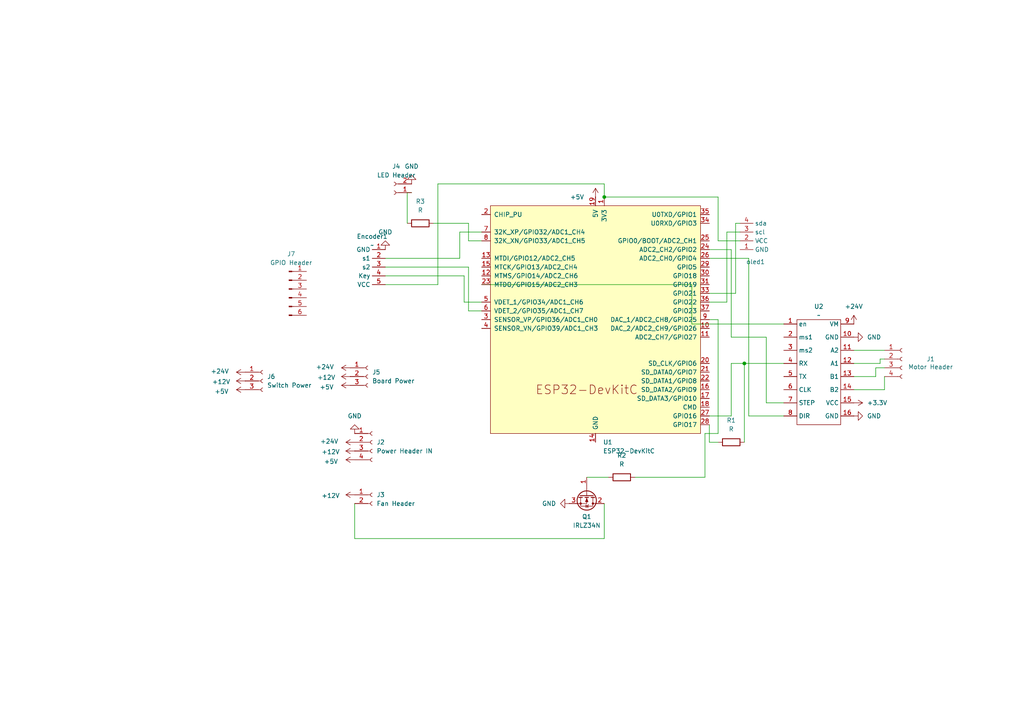
<source format=kicad_sch>
(kicad_sch (version 20231120) (generator "eeschema") (generator_version "8.0")
  (paper "A4")
  (lib_symbols
    (symbol "Connector:Conn_01x02_Socket" (pin_names (offset 1.016) hide)
      (property "Reference" "J" (at 0 2.54 0))
      (property "Value" "Conn_01x02_Socket" (at 0 -5.08 0))
      (symbol "Conn_01x02_Socket_1_1"
        (arc (start 0 -2.032) (mid -0.5058 -2.54) (end 0 -3.048) (stroke (width 0.1524)))
        (polyline (pts (xy -1.27 -2.54) (xy -0.508 -2.54)) (stroke (width 0.1524)))
        (polyline (pts (xy -1.27 0) (xy -0.508 0)) (stroke (width 0.1524)))
        (arc (start 0 0.508) (mid -0.5058 0) (end 0 -0.508) (stroke (width 0.1524)))
        (pin passive line (at -5.08 0 0) (length 3.81) (name "Pin_1") (number "1"))
        (pin passive line (at -5.08 -2.54 0) (length 3.81) (name "Pin_2") (number "2"))
      )
    )
    (symbol "Connector:Conn_01x03_Socket" (pin_names (offset 1.016) hide)
      (property "Reference" "J" (at 0 5.08 0))
      (property "Value" "Conn_01x03_Socket" (at 0 -5.08 0))
      (symbol "Conn_01x03_Socket_1_1"
        (arc (start 0 -2.032) (mid -0.5058 -2.54) (end 0 -3.048) (stroke (width 0.1524)))
        (polyline (pts (xy -1.27 -2.54) (xy -0.508 -2.54)) (stroke (width 0.1524)))
        (polyline (pts (xy -1.27 0) (xy -0.508 0)) (stroke (width 0.1524)))
        (polyline (pts (xy -1.27 2.54) (xy -0.508 2.54)) (stroke (width 0.1524)))
        (arc (start 0 0.508) (mid -0.5058 0) (end 0 -0.508) (stroke (width 0.1524)))
        (arc (start 0 3.048) (mid -0.5058 2.54) (end 0 2.032) (stroke (width 0.1524)))
        (pin passive line (at -5.08 2.54 0) (length 3.81) (name "Pin_1") (number "1"))
        (pin passive line (at -5.08 0 0) (length 3.81) (name "Pin_2") (number "2"))
        (pin passive line (at -5.08 -2.54 0) (length 3.81) (name "Pin_3") (number "3"))
      )
    )
    (symbol "Connector:Conn_01x04_Socket" (pin_names (offset 1.016) hide)
      (property "Reference" "J" (at 0 5.08 0))
      (property "Value" "Conn_01x04_Socket" (at 0 -7.62 0))
      (symbol "Conn_01x04_Socket_1_1"
        (arc (start 0 -4.572) (mid -0.5058 -5.08) (end 0 -5.588) (stroke (width 0.1524)))
        (arc (start 0 -2.032) (mid -0.5058 -2.54) (end 0 -3.048) (stroke (width 0.1524)))
        (polyline (pts (xy -1.27 -5.08) (xy -0.508 -5.08)) (stroke (width 0.1524)))
        (polyline (pts (xy -1.27 -2.54) (xy -0.508 -2.54)) (stroke (width 0.1524)))
        (polyline (pts (xy -1.27 0) (xy -0.508 0)) (stroke (width 0.1524)))
        (polyline (pts (xy -1.27 2.54) (xy -0.508 2.54)) (stroke (width 0.1524)))
        (arc (start 0 0.508) (mid -0.5058 0) (end 0 -0.508) (stroke (width 0.1524)))
        (arc (start 0 3.048) (mid -0.5058 2.54) (end 0 2.032) (stroke (width 0.1524)))
        (pin passive line (at -5.08 2.54 0) (length 3.81) (name "Pin_1") (number "1"))
        (pin passive line (at -5.08 0 0) (length 3.81) (name "Pin_2") (number "2"))
        (pin passive line (at -5.08 -2.54 0) (length 3.81) (name "Pin_3") (number "3"))
        (pin passive line (at -5.08 -5.08 0) (length 3.81) (name "Pin_4") (number "4"))
      )
    )
    (symbol "Connector:Conn_01x06_Pin" (pin_names (offset 1.016) hide)
      (property "Reference" "J" (at 0 7.62 0))
      (property "Value" "Conn_01x06_Pin" (at 0 -10.16 0))
      (symbol "Conn_01x06_Pin_1_1"
        (polyline (pts (xy 1.27 -7.62) (xy 0.8636 -7.62)) (stroke (width 0.1524)))
        (polyline (pts (xy 1.27 -5.08) (xy 0.8636 -5.08)) (stroke (width 0.1524)))
        (polyline (pts (xy 1.27 -2.54) (xy 0.8636 -2.54)) (stroke (width 0.1524)))
        (polyline (pts (xy 1.27 0) (xy 0.8636 0)) (stroke (width 0.1524)))
        (polyline (pts (xy 1.27 2.54) (xy 0.8636 2.54)) (stroke (width 0.1524)))
        (polyline (pts (xy 1.27 5.08) (xy 0.8636 5.08)) (stroke (width 0.1524)))
        (rectangle (start 0.8636 -7.493) (end 0 -7.747) (stroke (width 0.1524)) (fill (type outline)))
        (rectangle (start 0.8636 -4.953) (end 0 -5.207) (stroke (width 0.1524)) (fill (type outline)))
        (rectangle (start 0.8636 -2.413) (end 0 -2.667) (stroke (width 0.1524)) (fill (type outline)))
        (rectangle (start 0.8636 0.127) (end 0 -0.127) (stroke (width 0.1524)) (fill (type outline)))
        (rectangle (start 0.8636 2.667) (end 0 2.413) (stroke (width 0.1524)) (fill (type outline)))
        (rectangle (start 0.8636 5.207) (end 0 4.953) (stroke (width 0.1524)) (fill (type outline)))
        (pin passive line (at 5.08 5.08 180) (length 3.81) (name "Pin_1") (number "1"))
        (pin passive line (at 5.08 2.54 180) (length 3.81) (name "Pin_2") (number "2"))
        (pin passive line (at 5.08 0 180) (length 3.81) (name "Pin_3") (number "3"))
        (pin passive line (at 5.08 -2.54 180) (length 3.81) (name "Pin_4") (number "4"))
        (pin passive line (at 5.08 -5.08 180) (length 3.81) (name "Pin_5") (number "5"))
        (pin passive line (at 5.08 -7.62 180) (length 3.81) (name "Pin_6") (number "6"))
      )
    )
    (symbol "Device:R" (pin_numbers hide) (pin_names (offset 0))
      (property "Reference" "R" (at 2.032 0 90))
      (property "Value" "R" (at 0 0 90))
      (symbol "R_0_1"
        (rectangle (start -1.016 -2.54) (end 1.016 2.54) (stroke (width 0.254)))
      )
      (symbol "R_1_1"
        (pin passive line (at 0 3.81 270) (length 1.27) (name "~") (number "1"))
        (pin passive line (at 0 -3.81 90) (length 1.27) (name "~") (number "2"))
      )
    )
    (symbol "PCM_Espressif:ESP32-DevKitC" (pin_names (offset 1.016))
      (property "Reference" "U" (at -30.48 38.1 0))
      (property "Value" "ESP32-DevKitC" (at -30.48 35.56 0))
      (symbol "ESP32-DevKitC_0_0"
        (text "ESP32-DevKitC" (at -2.54 -20.32 0) (effects (font (size 2.54 2.54))))
        (pin power_in line (at 0 -35.56 90) (length 2.54) (name "GND") (number "14"))
        (pin power_in line (at 0 35.56 270) (length 2.54) (name "5V") (number "19"))
      )
      (symbol "ESP32-DevKitC_0_1"
        (rectangle (start -30.48 33.02) (end 30.48 -33.02) (fill (type background)))
      )
      (symbol "ESP32-DevKitC_1_1"
        (pin power_in line (at 2.54 35.56 270) (length 2.54) (name "3V3") (number "1"))
        (pin bidirectional line (at 33.02 -2.54 180) (length 2.54) (name "DAC_2/ADC2_CH9/GPIO26") (number "10"))
        (pin bidirectional line (at 33.02 -5.08 180) (length 2.54) (name "ADC2_CH7/GPIO27") (number "11"))
        (pin bidirectional line (at -33.02 12.7 0) (length 2.54) (name "MTMS/GPIO14/ADC2_CH6") (number "12"))
        (pin bidirectional line (at -33.02 17.78 0) (length 2.54) (name "MTDI/GPIO12/ADC2_CH5") (number "13"))
        (pin bidirectional line (at -33.02 15.24 0) (length 2.54) (name "MTCK/GPIO13/ADC2_CH4") (number "15"))
        (pin bidirectional line (at 33.02 -20.32 180) (length 2.54) (name "SD_DATA2/GPIO9") (number "16"))
        (pin bidirectional line (at 33.02 -22.86 180) (length 2.54) (name "SD_DATA3/GPIO10") (number "17"))
        (pin bidirectional line (at 33.02 -25.4 180) (length 2.54) (name "CMD") (number "18"))
        (pin input line (at -33.02 30.48 0) (length 2.54) (name "CHIP_PU") (number "2"))
        (pin bidirectional line (at 33.02 -12.7 180) (length 2.54) (name "SD_CLK/GPIO6") (number "20"))
        (pin bidirectional line (at 33.02 -15.24 180) (length 2.54) (name "SD_DATA0/GPIO7") (number "21"))
        (pin bidirectional line (at 33.02 -17.78 180) (length 2.54) (name "SD_DATA1/GPIO8") (number "22"))
        (pin bidirectional line (at -33.02 10.16 0) (length 2.54) (name "MTDO/GPIO15/ADC2_CH3") (number "23"))
        (pin bidirectional line (at 33.02 20.32 180) (length 2.54) (name "ADC2_CH2/GPIO2") (number "24"))
        (pin bidirectional line (at 33.02 22.86 180) (length 2.54) (name "GPIO0/BOOT/ADC2_CH1") (number "25"))
        (pin bidirectional line (at 33.02 17.78 180) (length 2.54) (name "ADC2_CH0/GPIO4") (number "26"))
        (pin bidirectional line (at 33.02 -27.94 180) (length 2.54) (name "GPIO16") (number "27"))
        (pin bidirectional line (at 33.02 -30.48 180) (length 2.54) (name "GPIO17") (number "28"))
        (pin bidirectional line (at 33.02 15.24 180) (length 2.54) (name "GPIO5") (number "29"))
        (pin input line (at -33.02 0 0) (length 2.54) (name "SENSOR_VP/GPIO36/ADC1_CH0") (number "3"))
        (pin bidirectional line (at 33.02 12.7 180) (length 2.54) (name "GPIO18") (number "30"))
        (pin bidirectional line (at 33.02 10.16 180) (length 2.54) (name "GPIO19") (number "31"))
        (pin passive line (at 0 -35.56 90) (length 2.54) hide (name "GND") (number "32"))
        (pin bidirectional line (at 33.02 7.62 180) (length 2.54) (name "GPIO21") (number "33"))
        (pin bidirectional line (at 33.02 27.94 180) (length 2.54) (name "U0RXD/GPIO3") (number "34"))
        (pin bidirectional line (at 33.02 30.48 180) (length 2.54) (name "U0TXD/GPIO1") (number "35"))
        (pin bidirectional line (at 33.02 5.08 180) (length 2.54) (name "GPIO22") (number "36"))
        (pin bidirectional line (at 33.02 2.54 180) (length 2.54) (name "GPIO23") (number "37"))
        (pin passive line (at 0 -35.56 90) (length 2.54) hide (name "GND") (number "38"))
        (pin input line (at -33.02 -2.54 0) (length 2.54) (name "SENSOR_VN/GPIO39/ADC1_CH3") (number "4"))
        (pin input line (at -33.02 5.08 0) (length 2.54) (name "VDET_1/GPIO34/ADC1_CH6") (number "5"))
        (pin input line (at -33.02 2.54 0) (length 2.54) (name "VDET_2/GPIO35/ADC1_CH7") (number "6"))
        (pin bidirectional line (at -33.02 25.4 0) (length 2.54) (name "32K_XP/GPIO32/ADC1_CH4") (number "7"))
        (pin bidirectional line (at -33.02 22.86 0) (length 2.54) (name "32K_XN/GPIO33/ADC1_CH5") (number "8"))
        (pin bidirectional line (at 33.02 0 180) (length 2.54) (name "DAC_1/ADC2_CH8/GPIO25") (number "9"))
      )
    )
    (symbol "Transistor_FET:IRLZ34N" (pin_names hide)
      (property "Reference" "Q" (at 5.08 1.905 0))
      (property "Value" "IRLZ34N" (at 5.08 0 0))
      (symbol "IRLZ34N_0_1"
        (polyline (pts (xy 0.254 0) (xy -2.54 0)))
        (polyline (pts (xy 0.254 1.905) (xy 0.254 -1.905)) (stroke (width 0.254)))
        (polyline (pts (xy 0.762 -1.27) (xy 0.762 -2.286)) (stroke (width 0.254)))
        (polyline (pts (xy 0.762 0.508) (xy 0.762 -0.508)) (stroke (width 0.254)))
        (polyline (pts (xy 0.762 2.286) (xy 0.762 1.27)) (stroke (width 0.254)))
        (polyline (pts (xy 2.54 2.54) (xy 2.54 1.778)))
        (polyline (pts (xy 2.54 -2.54) (xy 2.54 0) (xy 0.762 0)))
        (polyline (pts (xy 0.762 -1.778) (xy 3.302 -1.778) (xy 3.302 1.778) (xy 0.762 1.778)))
        (polyline (pts (xy 1.016 0) (xy 2.032 0.381) (xy 2.032 -0.381) (xy 1.016 0)) (fill (type outline)))
        (polyline (pts (xy 2.794 0.508) (xy 2.921 0.381) (xy 3.683 0.381) (xy 3.81 0.254)))
        (polyline (pts (xy 3.302 0.381) (xy 2.921 -0.254) (xy 3.683 -0.254) (xy 3.302 0.381)))
        (circle (center 1.651 0) (radius 2.794) (stroke (width 0.254)))
        (circle (center 2.54 -1.778) (radius 0.254) (fill (type outline)))
        (circle (center 2.54 1.778) (radius 0.254) (fill (type outline)))
      )
      (symbol "IRLZ34N_1_1"
        (pin input line (at -5.08 0 0) (length 2.54) (name "G") (number "1"))
        (pin passive line (at 2.54 5.08 270) (length 2.54) (name "D") (number "2"))
        (pin passive line (at 2.54 -5.08 90) (length 2.54) (name "S") (number "3"))
      )
    )
    (symbol "mine:encoder-header"
      (property "Reference" "Encoder" (at 4.572 -0.762 0))
      (symbol "encoder-header_1_1"
        (pin power_in line (at 6.35 -3.81 180) (length 3.81) (name "GND") (number "1"))
        (pin input line (at 6.35 -6.35 180) (length 3.81) (name "s1") (number "2"))
        (pin input line (at 6.35 -8.89 180) (length 3.81) (name "s2") (number "3"))
        (pin input line (at 6.35 -11.43 180) (length 3.81) (name "Key") (number "4"))
        (pin power_in line (at 6.35 -13.97 180) (length 3.81) (name "VCC") (number "5"))
      )
    )
    (symbol "mine:oled-header"
      (property "Reference" "oled" (at 4.572 -0.762 0))
      (symbol "oled-header_1_1"
        (pin power_in line (at 6.35 -3.81 180) (length 3.81) (name "GND") (number "1"))
        (pin power_in line (at 6.35 -6.35 180) (length 3.81) (name "VCC") (number "2"))
        (pin input line (at 6.35 -8.89 180) (length 3.81) (name "scl") (number "3"))
        (pin input line (at 6.35 -11.43 180) (length 3.81) (name "sda") (number "4"))
      )
    )
    (symbol "mine:tmc2209"
      (property "Reference" "U" (at 4.318 5.842 0))
      (symbol "tmc2209_0_1"
        (rectangle (start -2.54 3.81) (end 10.16 -26.67))
      )
      (symbol "tmc2209_1_1"
        (pin input line (at -6.35 2.54 0) (length 3.81) (name "en") (number "1"))
        (pin power_in line (at 13.97 -1.27 180) (length 3.81) (name "GND") (number "10"))
        (pin input line (at 13.97 -5.08 180) (length 3.81) (name "A2") (number "11"))
        (pin input line (at 13.97 -8.89 180) (length 3.81) (name "A1") (number "12"))
        (pin input line (at 13.97 -12.7 180) (length 3.81) (name "B1") (number "13"))
        (pin input line (at 13.97 -16.51 180) (length 3.81) (name "B2") (number "14"))
        (pin input line (at 13.97 -20.32 180) (length 3.81) (name "VCC") (number "15"))
        (pin input line (at 13.97 -24.13 180) (length 3.81) (name "GND") (number "16"))
        (pin input line (at -6.35 -1.27 0) (length 3.81) (name "ms1") (number "2"))
        (pin input line (at -6.35 -5.08 0) (length 3.81) (name "ms2") (number "3"))
        (pin input line (at -6.35 -8.89 0) (length 3.81) (name "RX") (number "4"))
        (pin input line (at -6.35 -12.7 0) (length 3.81) (name "TX") (number "5"))
        (pin input line (at -6.35 -16.51 0) (length 3.81) (name "CLK") (number "6"))
        (pin input line (at -6.35 -20.32 0) (length 3.81) (name "STEP") (number "7"))
        (pin input line (at -6.35 -24.13 0) (length 3.81) (name "DIR") (number "8"))
        (pin power_in line (at 13.97 2.54 180) (length 3.81) (name "VM") (number "9"))
      )
    )
    (symbol "power:+12V" (power) (pin_numbers hide) (pin_names (offset 0) hide)
      (property "Value" "+12V" (at 0 3.556 0))
      (symbol "+12V_0_1"
        (polyline (pts (xy -0.762 1.27) (xy 0 2.54)))
        (polyline (pts (xy 0 0) (xy 0 2.54)))
        (polyline (pts (xy 0 2.54) (xy 0.762 1.27)))
      )
      (symbol "+12V_1_1"
        (pin power_in line (at 0 0 90) (length 0) (name "~") (number "1"))
      )
    )
    (symbol "power:+24V" (power) (pin_numbers hide) (pin_names (offset 0) hide)
      (property "Value" "+24V" (at 0 3.556 0))
      (symbol "+24V_0_1"
        (polyline (pts (xy -0.762 1.27) (xy 0 2.54)))
        (polyline (pts (xy 0 0) (xy 0 2.54)))
        (polyline (pts (xy 0 2.54) (xy 0.762 1.27)))
      )
      (symbol "+24V_1_1"
        (pin power_in line (at 0 0 90) (length 0) (name "~") (number "1"))
      )
    )
    (symbol "power:+3.3V" (power) (pin_numbers hide) (pin_names (offset 0) hide)
      (property "Value" "+3.3V" (at 0 3.556 0))
      (symbol "+3.3V_0_1"
        (polyline (pts (xy -0.762 1.27) (xy 0 2.54)))
        (polyline (pts (xy 0 0) (xy 0 2.54)))
        (polyline (pts (xy 0 2.54) (xy 0.762 1.27)))
      )
      (symbol "+3.3V_1_1"
        (pin power_in line (at 0 0 90) (length 0) (name "~") (number "1"))
      )
    )
    (symbol "power:+5V" (power) (pin_numbers hide) (pin_names (offset 0) hide)
      (property "Value" "+5V" (at 0 3.556 0))
      (symbol "+5V_0_1"
        (polyline (pts (xy -0.762 1.27) (xy 0 2.54)))
        (polyline (pts (xy 0 0) (xy 0 2.54)))
        (polyline (pts (xy 0 2.54) (xy 0.762 1.27)))
      )
      (symbol "+5V_1_1"
        (pin power_in line (at 0 0 90) (length 0) (name "~") (number "1"))
      )
    )
    (symbol "power:GND" (power) (pin_numbers hide) (pin_names (offset 0) hide)
      (property "Value" "GND" (at 0 -3.81 0))
      (symbol "GND_0_1"
        (polyline (pts (xy 0 0) (xy 0 -1.27) (xy 1.27 -1.27) (xy 0 -2.54) (xy -1.27 -1.27) (xy 0 -1.27)))
      )
      (symbol "GND_1_1"
        (pin power_in line (at 0 0 270) (length 0) (name "~") (number "1"))
      )
    )
  )
  (junction (at 175.26 57.15))
  (junction (at 215.9 105.41))
  (wire (pts (xy 102.87 156.21) (xy 102.87 146.05)))
  (wire (pts (xy 208.28 57.15) (xy 175.26 57.15)))
  (wire (pts (xy 208.28 125.73) (xy 204.47 125.73)))
  (wire (pts (xy 134.62 80.01) (xy 134.62 87.63)))
  (wire (pts (xy 212.09 97.79) (xy 222.25 97.79)))
  (wire (pts (xy 215.9 105.41) (xy 215.9 128.27)))
  (wire (pts (xy 111.76 80.01) (xy 134.62 80.01)))
  (wire (pts (xy 133.35 67.31) (xy 139.7 67.31)))
  (wire (pts (xy 255.27 104.14) (xy 256.54 104.14)))
  (wire (pts (xy 118.11 55.88) (xy 119.38 55.88)))
  (wire (pts (xy 247.65 101.6) (xy 256.54 101.6)))
  (wire (pts (xy 222.25 97.79) (xy 222.25 116.84)))
  (wire (pts (xy 133.35 74.93) (xy 133.35 67.31)))
  (wire (pts (xy 111.76 77.47) (xy 135.89 77.47)))
  (wire (pts (xy 175.26 57.15) (xy 175.26 53.34)))
  (wire (pts (xy 255.27 105.41) (xy 255.27 104.14)))
  (wire (pts (xy 213.36 85.09) (xy 213.36 64.77)))
  (wire (pts (xy 227.33 120.65) (xy 217.17 120.65)))
  (wire (pts (xy 205.74 92.71) (xy 208.28 92.71)))
  (wire (pts (xy 247.65 105.41) (xy 255.27 105.41)))
  (wire (pts (xy 208.28 69.85) (xy 208.28 57.15)))
  (wire (pts (xy 205.74 123.19) (xy 205.74 128.27)))
  (wire (pts (xy 127 82.55) (xy 111.76 82.55)))
  (wire (pts (xy 135.89 69.85) (xy 139.7 69.85)))
  (wire (pts (xy 212.09 72.39) (xy 212.09 97.79)))
  (wire (pts (xy 205.74 87.63) (xy 210.82 87.63)))
  (wire (pts (xy 210.82 87.63) (xy 210.82 67.31)))
  (wire (pts (xy 214.63 69.85) (xy 208.28 69.85)))
  (wire (pts (xy 204.47 138.43) (xy 184.15 138.43)))
  (wire (pts (xy 170.18 138.43) (xy 176.53 138.43)))
  (wire (pts (xy 175.26 53.34) (xy 127 53.34)))
  (wire (pts (xy 222.25 116.84) (xy 227.33 116.84)))
  (wire (pts (xy 139.7 82.55) (xy 200.66 82.55)))
  (wire (pts (xy 135.89 64.77) (xy 135.89 69.85)))
  (wire (pts (xy 213.36 64.77) (xy 214.63 64.77)))
  (wire (pts (xy 227.33 105.41) (xy 215.9 105.41)))
  (wire (pts (xy 247.65 113.03) (xy 256.54 113.03)))
  (wire (pts (xy 217.17 74.93) (xy 205.74 74.93)))
  (wire (pts (xy 247.65 109.22) (xy 254 109.22)))
  (wire (pts (xy 111.76 74.93) (xy 133.35 74.93)))
  (wire (pts (xy 256.54 113.03) (xy 256.54 109.22)))
  (wire (pts (xy 125.73 64.77) (xy 135.89 64.77)))
  (wire (pts (xy 135.89 77.47) (xy 135.89 90.17)))
  (wire (pts (xy 200.66 93.98) (xy 227.33 93.98)))
  (wire (pts (xy 134.62 87.63) (xy 139.7 87.63)))
  (wire (pts (xy 127 53.34) (xy 127 82.55)))
  (wire (pts (xy 217.17 120.65) (xy 217.17 74.93)))
  (wire (pts (xy 208.28 92.71) (xy 208.28 125.73)))
  (wire (pts (xy 205.74 128.27) (xy 208.28 128.27)))
  (wire (pts (xy 135.89 90.17) (xy 139.7 90.17)))
  (wire (pts (xy 204.47 125.73) (xy 204.47 138.43)))
  (wire (pts (xy 200.66 82.55) (xy 200.66 93.98)))
  (wire (pts (xy 175.26 146.05) (xy 175.26 156.21)))
  (wire (pts (xy 175.26 156.21) (xy 102.87 156.21)))
  (wire (pts (xy 118.11 55.88) (xy 118.11 64.77)))
  (wire (pts (xy 210.82 67.31) (xy 214.63 67.31)))
  (wire (pts (xy 254 109.22) (xy 254 106.68)))
  (wire (pts (xy 205.74 120.65) (xy 212.09 120.65)))
  (wire (pts (xy 205.74 85.09) (xy 213.36 85.09)))
  (wire (pts (xy 215.9 105.41) (xy 212.09 105.41)))
  (wire (pts (xy 205.74 72.39) (xy 212.09 72.39)))
  (wire (pts (xy 254 106.68) (xy 256.54 106.68)))
  (wire (pts (xy 212.09 105.41) (xy 212.09 120.65)))
  (symbol (lib_id "power:+5V") (at 172.72 57.15 0) (unit 1)
    (property "Reference" "#PWR01" (effects (hide yes)))
    (property "Value" "+5V" (at 167.386 57.15 0))
    (property "Description" "Power symbol creates a global label with name \"+5V\"" (effects (hide yes)))
  )
  (symbol (lib_id "power:+12V") (at 101.6 109.22 90) (unit 1)
    (property "Reference" "#PWR014" (effects (hide yes)))
    (property "Value" "+12V" (at 97.282 109.474 90) (effects (justify left)))
    (property "Description" "Power symbol creates a global label with name \"+12V\"" (effects (hide yes)))
  )
  (symbol (lib_id "Connector:Conn_01x04_Socket") (at 107.95 128.27 0) (unit 1)
    (property "Reference" "J2" (at 109.22 128.2699 0) (effects (justify left)))
    (property "Value" "Power Header IN" (at 109.22 130.8099 0) (effects (justify left)))
    (property "Footprint" "Connector_JST:JST_EH_S4B-EH_1x04_P2.50mm_Horizontal" (effects (hide yes)))
    (property "Description" "Generic connector, single row, 01x04, script generated" (effects (hide yes)))
  )
  (symbol (lib_id "power:GND") (at 102.87 125.73 180) (unit 1)
    (property "Reference" "#PWR011" (effects (hide yes)))
    (property "Value" "GND" (at 102.87 120.65 0))
    (property "Description" "Power symbol creates a global label with name \"GND\" , ground" (effects (hide yes)))
  )
  (symbol (lib_id "power:GND") (at 247.65 97.79 90) (unit 1)
    (property "Reference" "#PWR06" (effects (hide yes)))
    (property "Value" "GND" (at 251.46 97.7899 90) (effects (justify right)))
    (property "Description" "Power symbol creates a global label with name \"GND\" , ground" (effects (hide yes)))
  )
  (symbol (lib_id "power:+24V") (at 71.12 107.95 90) (unit 1)
    (property "Reference" "#PWR016" (effects (hide yes)))
    (property "Value" "+24V" (at 63.754 107.696 90))
    (property "Description" "Power symbol creates a global label with name \"+24V\"" (effects (hide yes)))
  )
  (symbol (lib_id "PCM_Espressif:ESP32-DevKitC") (at 172.72 92.71 0) (unit 1)
    (property "Reference" "U1" (at 174.9141 128.27 0) (effects (justify left)))
    (property "Value" "ESP32-DevKitC" (at 174.9141 130.81 0) (effects (justify left)))
    (property "Footprint" "PCM_Espressif:ESP32-DevKitC" (effects (hide yes)))
    (property "Datasheet" "https://docs.espressif.com/projects/esp-idf/zh_CN/latest/esp32/hw-reference/esp32/get-started-devkitc.html" (effects (hide yes)))
    (property "Description" "Development Kit" (effects (hide yes)))
  )
  (symbol (lib_id "power:GND") (at 165.1 146.05 270) (unit 1)
    (property "Reference" "#PWR012" (effects (hide yes)))
    (property "Value" "GND" (at 161.29 146.0499 90) (effects (justify right)))
    (property "Description" "Power symbol creates a global label with name \"GND\" , ground" (effects (hide yes)))
  )
  (symbol (lib_id "power:+5V") (at 102.87 133.35 90) (unit 1)
    (property "Reference" "#PWR09" (effects (hide yes)))
    (property "Value" "+5V" (at 96.012 133.858 90))
    (property "Description" "Power symbol creates a global label with name \"+5V\"" (effects (hide yes)))
  )
  (symbol (lib_id "mine:encoder-header") (at 105.41 68.58 0) (unit 1)
    (property "Reference" "Encoder1" (at 107.95 68.58 0))
    (property "Value" "~" (at 107.95 71.12 0))
    (property "Footprint" "Connector_JST:JST_EH_B5B-EH-A_1x05_P2.50mm_Vertical" (effects (hide yes)))
  )
  (symbol (lib_id "power:GND") (at 247.65 120.65 90) (unit 1)
    (property "Reference" "#PWR05" (effects (hide yes)))
    (property "Value" "GND" (at 251.46 120.6499 90) (effects (justify right)))
    (property "Description" "Power symbol creates a global label with name \"GND\" , ground" (effects (hide yes)))
  )
  (symbol (lib_id "Connector:Conn_01x02_Socket") (at 107.95 143.51 0) (unit 1)
    (property "Reference" "J3" (at 109.22 143.5099 0) (effects (justify left)))
    (property "Value" "Fan Header" (at 109.22 146.0499 0) (effects (justify left)))
    (property "Footprint" "Connector_JST:JST_EH_S2B-EH_1x02_P2.50mm_Horizontal" (effects (hide yes)))
    (property "Description" "Generic connector, single row, 01x02, script generated" (effects (hide yes)))
  )
  (symbol (lib_id "power:+12V") (at 102.87 130.81 90) (unit 1)
    (property "Reference" "#PWR010" (effects (hide yes)))
    (property "Value" "+12V" (at 98.552 131.064 90) (effects (justify left)))
    (property "Description" "Power symbol creates a global label with name \"+12V\"" (effects (hide yes)))
  )
  (symbol (lib_id "power:GND") (at 111.76 72.39 180) (unit 1)
    (property "Reference" "#PWR04" (effects (hide yes)))
    (property "Value" "GND" (at 111.76 67.31 0))
    (property "Description" "Power symbol creates a global label with name \"GND\" , ground" (effects (hide yes)))
  )
  (symbol (lib_id "power:+24V") (at 247.65 93.98 0) (unit 1)
    (property "Reference" "#PWR03" (effects (hide yes)))
    (property "Value" "+24V" (at 247.65 88.9 0))
    (property "Description" "Power symbol creates a global label with name \"+24V\"" (effects (hide yes)))
  )
  (symbol (lib_id "Connector:Conn_01x03_Socket") (at 106.68 109.22 0) (unit 1)
    (property "Reference" "J5" (at 107.95 107.9499 0) (effects (justify left)))
    (property "Value" "Board Power" (at 107.95 110.4899 0) (effects (justify left)))
    (property "Footprint" "Connector_JST:JST_EH_B3B-EH-A_1x03_P2.50mm_Vertical" (effects (hide yes)))
    (property "Description" "Generic connector, single row, 01x03, script generated" (effects (hide yes)))
  )
  (symbol (lib_id "Connector:Conn_01x06_Pin") (at 83.82 83.82 0) (unit 1)
    (property "Reference" "J7" (at 84.455 73.66 0))
    (property "Value" "GPIO Header" (at 84.455 76.2 0))
    (property "Footprint" "Connector_PinHeader_2.54mm:PinHeader_1x06_P2.54mm_Vertical" (effects (hide yes)))
    (property "Description" "Generic connector, single row, 01x06, script generated" (effects (hide yes)))
  )
  (symbol (lib_id "Connector:Conn_01x02_Socket") (at 114.3 55.88 180) (unit 1)
    (property "Reference" "J4" (at 114.935 48.26 0))
    (property "Value" "LED Header" (at 114.935 50.8 0))
    (property "Footprint" "Connector_JST:JST_EH_B2B-EH-A_1x02_P2.50mm_Vertical" (effects (hide yes)))
    (property "Description" "Generic connector, single row, 01x02, script generated" (effects (hide yes)))
  )
  (symbol (lib_id "power:+5V") (at 71.12 113.03 90) (unit 1)
    (property "Reference" "#PWR018" (effects (hide yes)))
    (property "Value" "+5V" (at 64.262 113.538 90))
    (property "Description" "Power symbol creates a global label with name \"+5V\"" (effects (hide yes)))
  )
  (symbol (lib_id "Device:R") (at 180.34 138.43 90) (unit 1)
    (property "Reference" "R2" (at 180.34 132.08 90))
    (property "Value" "R" (at 180.34 134.62 90))
    (property "Footprint" "Resistor_THT:R_Axial_DIN0207_L6.3mm_D2.5mm_P10.16mm_Horizontal" (effects (hide yes)))
    (property "Description" "Resistor" (effects (hide yes)))
  )
  (symbol (lib_id "power:+5V") (at 101.6 111.76 90) (unit 1)
    (property "Reference" "#PWR015" (effects (hide yes)))
    (property "Value" "+5V" (at 94.742 112.268 90))
    (property "Description" "Power symbol creates a global label with name \"+5V\"" (effects (hide yes)))
  )
  (symbol (lib_id "power:+24V") (at 101.6 106.68 90) (unit 1)
    (property "Reference" "#PWR02" (effects (hide yes)))
    (property "Value" "+24V" (at 94.234 106.426 90))
    (property "Description" "Power symbol creates a global label with name \"+24V\"" (effects (hide yes)))
  )
  (symbol (lib_id "Device:R") (at 121.92 64.77 90) (unit 1)
    (property "Reference" "R3" (at 121.92 58.42 90))
    (property "Value" "R" (at 121.92 60.96 90))
    (property "Footprint" "Resistor_THT:R_Axial_DIN0207_L6.3mm_D2.5mm_P10.16mm_Horizontal" (effects (hide yes)))
    (property "Description" "Resistor" (effects (hide yes)))
  )
  (symbol (lib_id "Device:R") (at 212.09 128.27 90) (unit 1)
    (property "Reference" "R1" (at 212.09 121.92 90))
    (property "Value" "R" (at 212.09 124.46 90))
    (property "Footprint" "Resistor_THT:R_Axial_DIN0207_L6.3mm_D2.5mm_P10.16mm_Horizontal" (effects (hide yes)))
    (property "Description" "Resistor" (effects (hide yes)))
  )
  (symbol (lib_id "power:GND") (at 119.38 53.34 180) (unit 1)
    (property "Reference" "#PWR019" (effects (hide yes)))
    (property "Value" "GND" (at 119.38 48.26 0))
    (property "Description" "Power symbol creates a global label with name \"GND\" , ground" (effects (hide yes)))
  )
  (symbol (lib_id "Connector:Conn_01x04_Socket") (at 261.62 104.14 0) (unit 1)
    (property "Reference" "J1" (at 268.732 104.14 0) (effects (justify left)))
    (property "Value" "Motor Header" (at 263.398 106.426 0) (effects (justify left)))
    (property "Footprint" "Connector_JST:JST_EH_B4B-EH-A_1x04_P2.50mm_Vertical" (effects (hide yes)))
    (property "Description" "Generic connector, single row, 01x04, script generated" (effects (hide yes)))
  )
  (symbol (lib_id "Connector:Conn_01x03_Socket") (at 76.2 110.49 0) (unit 1)
    (property "Reference" "J6" (at 77.47 109.2199 0) (effects (justify left)))
    (property "Value" "Switch Power" (at 77.47 111.7599 0) (effects (justify left)))
    (property "Footprint" "Connector_JST:JST_EH_B3B-EH-A_1x03_P2.50mm_Vertical" (effects (hide yes)))
    (property "Description" "Generic connector, single row, 01x03, script generated" (effects (hide yes)))
  )
  (symbol (lib_id "power:+12V") (at 71.12 110.49 90) (unit 1)
    (property "Reference" "#PWR017" (effects (hide yes)))
    (property "Value" "+12V" (at 66.802 110.744 90) (effects (justify left)))
    (property "Description" "Power symbol creates a global label with name \"+12V\"" (effects (hide yes)))
  )
  (symbol (lib_id "power:+24V") (at 102.87 128.27 90) (unit 1)
    (property "Reference" "#PWR08" (effects (hide yes)))
    (property "Value" "+24V" (at 95.504 128.016 90))
    (property "Description" "Power symbol creates a global label with name \"+24V\"" (effects (hide yes)))
  )
  (symbol (lib_id "Transistor_FET:IRLZ34N") (at 170.18 143.51 270) (unit 1)
    (property "Reference" "Q1" (at 170.18 149.86 90))
    (property "Value" "IRLZ34N" (at 170.18 152.4 90))
    (property "Footprint" "Package_TO_SOT_THT:TO-220-3_Vertical" (effects (hide yes)))
    (property "Datasheet" "http://www.infineon.com/dgdl/irlz34npbf.pdf?fileId=5546d462533600a40153567206892720" (effects (hide yes)))
    (property "Description" "30A Id, 55V Vds, 35mOhm Rds, N-Channel HEXFET Power MOSFET, TO-220AB" (effects (hide yes)))
  )
  (symbol (lib_id "mine:oled-header") (at 220.98 76.2 180) (unit 1)
    (property "Reference" "oled1" (at 216.408 75.946 0) (effects (justify right)))
    (property "Value" "~" (at 219.71 69.85 0) (effects (justify right)))
    (property "Footprint" "Connector_JST:JST_EH_B4B-EH-A_1x04_P2.50mm_Vertical" (effects (hide yes)))
  )
  (symbol (lib_id "power:+3.3V") (at 247.65 116.84 270) (unit 1)
    (property "Reference" "#PWR07" (effects (hide yes)))
    (property "Value" "+3.3V" (at 251.46 116.8399 90) (effects (justify left)))
    (property "Description" "Power symbol creates a global label with name \"+3.3V\"" (effects (hide yes)))
  )
  (symbol (lib_id "power:+12V") (at 102.87 143.51 90) (unit 1)
    (property "Reference" "#PWR013" (effects (hide yes)))
    (property "Value" "+12V" (at 98.552 143.764 90) (effects (justify left)))
    (property "Description" "Power symbol creates a global label with name \"+12V\"" (effects (hide yes)))
  )
  (symbol (lib_id "mine:tmc2209") (at 233.68 96.52 0) (unit 1)
    (property "Reference" "U2" (at 237.49 88.9 0))
    (property "Value" "~" (at 237.49 91.44 0))
    (property "Footprint" "TMC2209_SILENTSTEPSTICK:MODULE_TMC2209_SILENTSTEPSTICK" (effects (hide yes)))
  )
)
</source>
